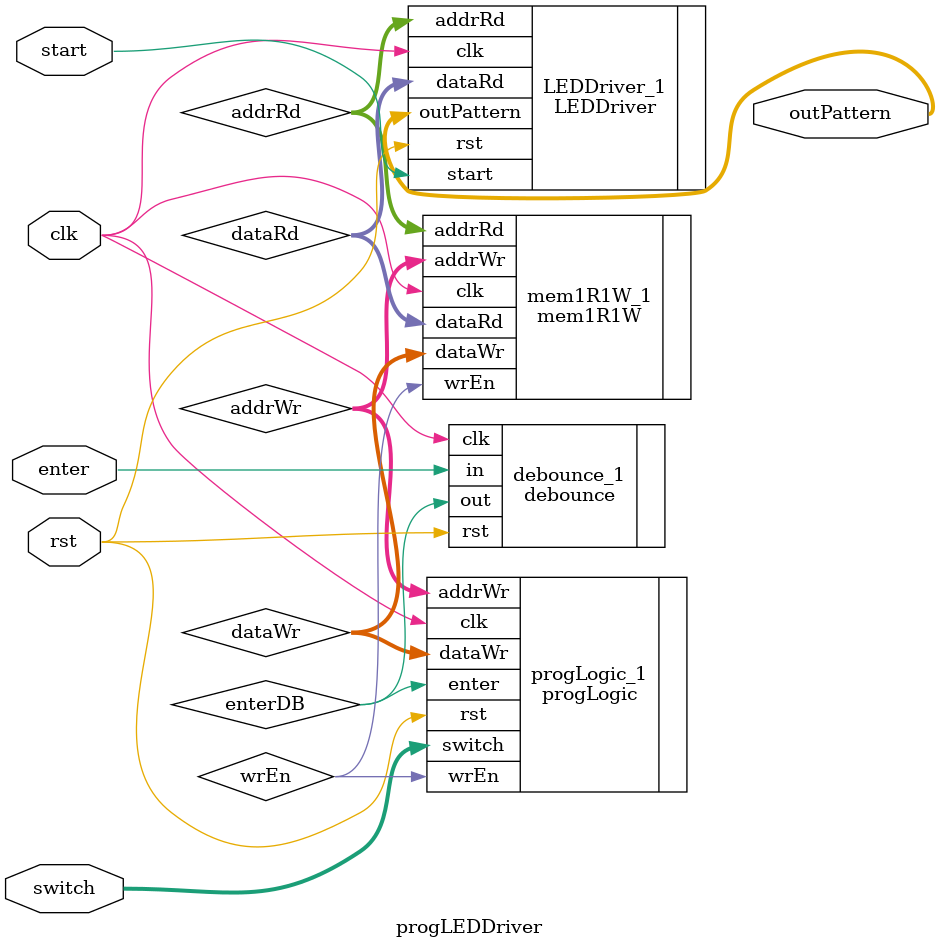
<source format=v>
module progLEDDriver(
	clk,
	rst,
	switch,
	enter,
	start,
	outPattern
);
input clk, rst;
input [15:0] switch;
input enter, start;
output [15:0] outPattern;

wire enterDB, wrEn;
wire [3:0] addrWr,  addrRd;
wire [15:0] dataWr, dataRd;


debounce debounce_1 (.in(enter), .clk(clk), .out(enterDB), .rst(rst));

progLogic progLogic_1(.clk(clk), .rst(rst), .switch(switch), .enter(enterDB), .addrWr(addrWr), .dataWr(dataWr), .wrEn(wrEn));

mem1R1W mem1R1W_1(.clk(clk), .addrRd(addrRd), .dataRd(dataRd), .addrWr(addrWr), .dataWr(dataWr), .wrEn(wrEn));

LEDDriver LEDDriver_1(.clk(clk), .rst(rst), .start(start), .addrRd(addrRd), .dataRd(dataRd), .outPattern(outPattern));

endmodule

</source>
